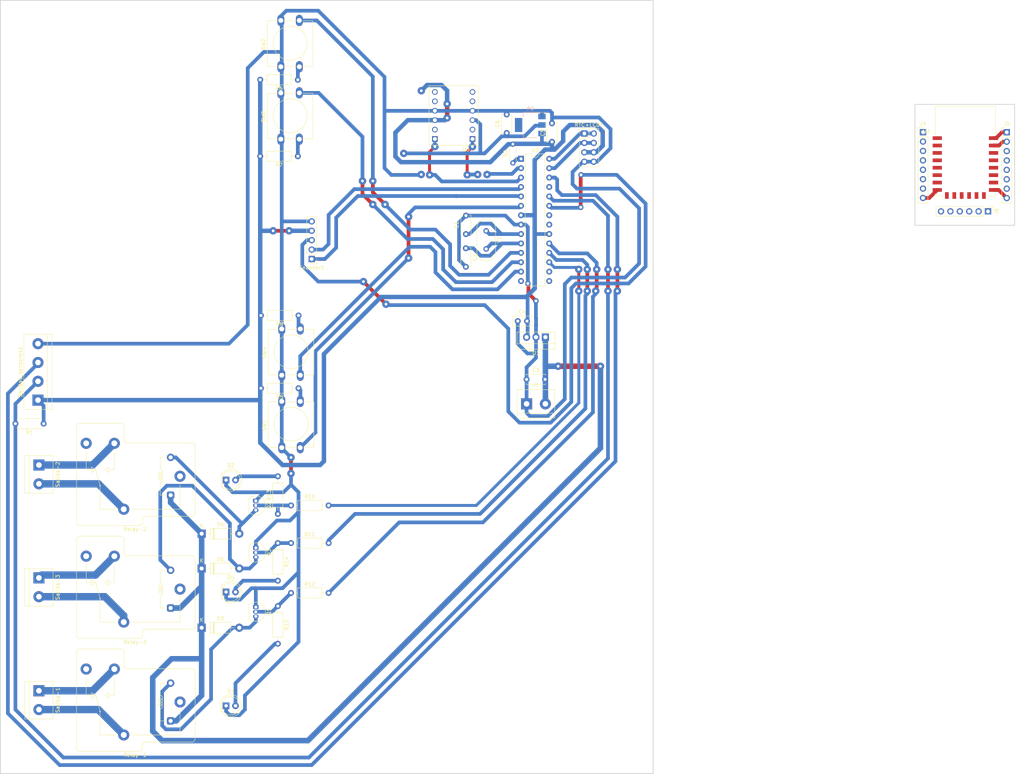
<source format=kicad_pcb>
(kicad_pcb (version 20211014) (generator pcbnew)
  (layers (0 "F.Cu" signal) (31 "B.Cu" signal) (34 "B.Paste" user) (35 "F.Paste" user) (36 "B.SilkS" user "B.Silkscreen") (37 "F.SilkS" user "F.Silkscreen") (38 "B.Mask" user) (39 "F.Mask" user) (44 "Edge.Cuts" user))
  (net 0 "")
  (net 1 "Net-(C1-Pad1)")
  (net 2 "GND")
  (net 3 "Net-(C2-Pad1)")
  (net 4 "+12V")
  (net 5 "+5V")
  (net 6 "Net-(C6-Pad1)")
  (net 7 "Net-(D1-Pad2)")
  (net 8 "Net-(D2-Pad2)")
  (net 9 "Net-(D3-Pad2)")
  (net 10 "Net-(D4-Pad2)")
  (net 11 "Net-(D5-Pad2)")
  (net 12 "Net-(D6-Pad2)")
  (net 13 "Net-(Q1-Pad2)")
  (net 14 "Net-(Q2-Pad2)")
  (net 15 "Net-(Q3-Pad2)")
  (net 16 "Net-(R1-Pad2)")
  (net 17 "Net-(R5-Pad1)")
  (net 18 "Net-(R6-Pad1)")
  (net 19 "Net-(R7-Pad1)")
  (net 20 "Net-(R8-Pad1)")
  (net 21 "17")
  (net 22 "18")
  (net 23 "19")
  (net 24 "Net-(Relay-1-Pad11A)")
  (net 26 "Net-(Relay-1-Pad14)")
  (net 27 "Net-(Relay-2-Pad11A)")
  (net 29 "Net-(Relay-2-Pad14)")
  (net 30 "Net-(Relay-3-Pad11A)")
  (net 32 "Net-(Relay-3-Pad14)")
  (net 33 "Net-(RTC+LCD1-Pad1)")
  (net 34 "Net-(RTC+LCD1-Pad3)")
  (net 35 "Net-(Salidas_sensores1-Pad3)")
  (net 45 "Net-(J4-Pad8)")
  (net 46 "Net-(J5-Pad1)")
  (net 47 "Net-(J5-Pad2)")
  (net 59 "Net-(R2-Pad1)")
  (net 76 "Net-(U3-Pad3)")
  (net 78 "unconnected-(U3-Pad15)")
  (net 82 "Net-(U3-Pad5)")
  (net 83 "Net-(U3-Pad4)")
  (net 84 "Net-(U3-Pad23)")
  (footprint "Resistor_THT:R_Axial_DIN0207_L6.3mm_D2.5mm_P10.16mm_Horizontal" (layer "F.Cu") (at 140.97 148.082)
    (fp_text reference "R12")
    (fp_text value "4k7")
  )
  (footprint "Package_TO_SOT_THT:TO-92_Inline" (layer "F.Cu") (at 131.445 123.19 -90)
    (fp_text reference "Q2")
    (fp_text value "PN2222A")
  )
  (footprint "Capacitor_THT:C_Disc_D5.0mm_W2.5mm_P5.00mm" (layer "F.Cu") (at 204.5885 90.424)
    (fp_text reference "C3")
    (fp_text value "330nF")
  )
  (footprint "Capacitor_THT:C_Disc_D5.0mm_W2.5mm_P5.00mm" (layer "F.Cu") (at 211.451 26.262 90)
    (fp_text reference "C5")
    (fp_text value "100nF")
  )
  (footprint "RF_Module:ESP-12E" (layer "F.Cu") (at 323.088 28.76)
    (fp_text reference "U2")
    (fp_text value "ESP-12E")
  )
  (footprint "Connector_PinHeader_2.54mm:PinHeader_1x08_P2.54mm_Vertical" (layer "F.Cu") (at 311.638 23.645)
    (fp_text reference "J4")
    (fp_text value "Conn_01x08")
  )
  (footprint "Connector_PinHeader_2.54mm:PinHeader_1x06_P2.54mm_Vertical" (layer "F.Cu") (at 329.198 45.04 -90)
    (fp_text reference "J6")
    (fp_text value "Conn_01x06")
  )
  (footprint "Resistor_THT:R_Axial_DIN0207_L6.3mm_D2.5mm_P10.16mm_Horizontal" (layer "F.Cu") (at 137.414 151.638 -90)
    (fp_text reference "R15")
    (fp_text value "470")
  )
  (footprint "Relay_THT:Relay_SPDT_RAYEX-L90" (layer "F.Cu") (at 111 177.538 180)
    (fp_text reference "Relay-1")
    (fp_text value "RAYEX-L90")
  )
  (footprint "Resistor_THT:R_Axial_DIN0207_L6.3mm_D2.5mm_P10.16mm_Horizontal" (layer "F.Cu") (at 140.97 134.62)
    (fp_text reference "R11")
    (fp_text value "4k7")
  )
  (footprint "Diode_THT:D_DO-41_SOD81_P10.16mm_Horizontal" (layer "F.Cu") (at 116.84 132.08)
    (fp_text reference "D4")
    (fp_text value "1N4007")
  )
  (footprint "Capacitor_THT:C_Disc_D5.0mm_W2.5mm_P2.50mm" (layer "F.Cu") (at 202.204 74.676)
    (fp_text reference "C4")
    (fp_text value "100nF")
  )
  (footprint "Package_TO_SOT_THT:TO-220-3_Vertical" (layer "F.Cu") (at 209.6685 79.007 180)
    (fp_text reference "U1")
    (fp_text value "LM7805")
  )
  (footprint "Relay_THT:Relay_SPDT_RAYEX-L90" (layer "F.Cu") (at 111 147.058 180)
    (fp_text reference "Relay-3")
    (fp_text value "RAYEX-L90")
  )
  (footprint "Resistor_THT:R_Axial_DIN0207_L6.3mm_D2.5mm_P10.16mm_Horizontal" (layer "F.Cu") (at 140.97 124.46)
    (fp_text reference "R10")
    (fp_text value "4k7")
  )
  (footprint "Conversor_logico_nivel:CONV_BOB-12009" (layer "F.Cu") (at 184.8985 19.142 180)
    (fp_text reference "U5")
    (fp_text value "BOB-12009")
  )
  (footprint "LED_THT:LED_D5.0mm" (layer "F.Cu") (at 123.439 178.562)
    (fp_text reference "D1")
    (fp_text value "LED")
  )
  (footprint "Capacitor_THT:C_Disc_D5.0mm_W2.5mm_P5.00mm" (layer "F.Cu") (at 188.211 51.182 90)
    (fp_text reference "C1")
    (fp_text value "20pF")
  )
  (footprint "Connector_PinHeader_2.54mm:PinHeader_1x08_P2.54mm_Vertical" (layer "F.Cu") (at 334.258 23.675)
    (fp_text reference "J5")
    (fp_text value "Conn_01x08")
  )
  (footprint "LED_THT:LED_D5.0mm" (layer "F.Cu") (at 123.439 147.828)
    (fp_text reference "D5")
    (fp_text value "LED")
  )
  (footprint "Resistor_THT:R_Axial_DIN0207_L6.3mm_D2.5mm_P10.16mm_Horizontal" (layer "F.Cu") (at 143.002 92.814792 180)
    (fp_text reference "R5")
    (fp_text value "10k")
  )
  (footprint "TerminalBlock:TerminalBlock_bornier-2_P5.08mm" (layer "F.Cu") (at 72.898 174.498 -90)
    (fp_text reference "Salida-1")
    (fp_text value "Conn_01x02")
  )
  (footprint "Button_Switch_THT:SW_PUSH-12mm" (layer "F.Cu") (at 138.47 89.298 90)
    (fp_text reference "SW4")
    (fp_text value "SW_Push")
  )
  (footprint "TerminalBlock:TerminalBlock_bornier-2_P5.08mm" (layer "F.Cu") (at 72.898 144.018 -90)
    (fp_text reference "Salida-3")
    (fp_text value "Conn_01x02")
  )
  (footprint "Resistor_THT:R_Axial_DIN0207_L6.3mm_D2.5mm_P10.16mm_Horizontal" (layer "F.Cu") (at 143.002 73.152 180)
    (fp_text reference "R8")
    (fp_text value "10k")
  )
  (footprint "Resistor_THT:R_Axial_DIN0207_L6.3mm_D2.5mm_P10.16mm_Horizontal" (layer "F.Cu") (at 137.414 126.746 90)
    (fp_text reference "R13")
    (fp_text value "470")
  )
  (footprint "Connector_PinHeader_2.54mm:PinHeader_1x05_P2.54mm_Vertical" (layer "F.Cu") (at 146.558 57.907 180)
    (fp_text reference "Encoder1")
    (fp_text value "Conn_01x05")
  )
  (footprint "Capacitor_THT:C_Disc_D5.0mm_W2.5mm_P5.00mm" (layer "F.Cu") (at 188.181 55.002 -90)
    (fp_text reference "C2")
    (fp_text value "20pF")
  )
  (footprint "Package_DIP:DIP-28_W7.62mm" (layer "F.Cu") (at 203.086 30.842)
    (fp_text reference "U3")
    (fp_text value "ATmega328P-P")
  )
  (footprint "Crystal:Crystal_HC49-4H_Vertical" (layer "F.Cu") (at 193.681 50.312 -90)
    (fp_text reference "Y1")
    (fp_text value "16MHz")
  )
  (footprint "Button_Switch_THT:SW_PUSH-12mm" (layer "F.Cu") (at 138.216 5.986 90)
    (fp_text reference "SW2")
    (fp_text value "SW_Push")
  )
  (footprint "TerminalBlock:TerminalBlock_bornier-2_P5.08mm" (layer "F.Cu") (at 204.5885 97.028)
    (fp_text reference "J1")
    (fp_text value "12v")
  )
  (footprint "Resistor_THT:R_Axial_DIN0207_L6.3mm_D2.5mm_P10.16mm_Horizontal" (layer "F.Cu") (at 137.414 134.62 -90)
    (fp_text reference "R14")
    (fp_text value "470")
  )
  (footprint "Relay_THT:Relay_SPDT_RAYEX-L90" (layer "F.Cu") (at 111 116.578 180)
    (fp_text reference "Relay-2")
    (fp_text value "RAYEX-L90")
  )
  (footprint "Button_Switch_THT:SW_PUSH-12mm" (layer "F.Cu") (at 138.47 108.856 90)
    (fp_text reference "SW1")
    (fp_text value "SW_Push")
  )
  (footprint "TerminalBlock:TerminalBlock_bornier-4_P5.08mm" (layer "F.Cu") (at 72.644 96.012 90)
    (fp_text reference "Salidas_sensores1")
    (fp_text value "Conn_01x04")
  )
  (footprint "Package_TO_SOT_THT:TO-92_Inline" (layer "F.Cu") (at 131.466 151.892 -90)
    (fp_text reference "Q1")
    (fp_text value "PN2222A")
  )
  (footprint "TerminalBlock:TerminalBlock_bornier-2_P5.08mm" (layer "F.Cu") (at 72.898 113.538 -90)
    (fp_text reference "Salida-2")
    (fp_text value "Conn_01x02")
  )
  (footprint "Package_TO_SOT_THT:TO-92_Inline" (layer "F.Cu") (at 131.466 135.89 -90)
    (fp_text reference "Q3")
    (fp_text value "PN2222A")
  )
  (footprint "Button_Switch_THT:SW_PUSH-12mm" (layer "F.Cu") (at 138.216 25.544 90)
    (fp_text reference "SW3")
    (fp_text value "SW_Push")
  )
  (footprint "Resistor_THT:R_Axial_DIN0204_L3.6mm_D1.6mm_P5.08mm_Horizontal" (layer "F.Cu") (at 200.885524 31.967012 90)
    (fp_text reference "R2")
    (fp_text value "10k")
  )
  (footprint "Resistor_THT:R_Axial_DIN0207_L6.3mm_D2.5mm_P7.62mm_Horizontal" (layer "F.Cu") (at 74.168 102.362 180)
    (fp_text reference "R1")
    (fp_text value "4.7k")
  )
  (footprint "Resistor_THT:R_Axial_DIN0207_L6.3mm_D2.5mm_P10.16mm_Horizontal" (layer "F.Cu") (at 142.820163 9.503743 180)
    (fp_text reference "R6")
    (fp_text value "10k")
  )
  (footprint "Resistor_THT:R_Axial_DIN0207_L6.3mm_D2.5mm_P10.16mm_Horizontal" (layer "F.Cu") (at 142.813383 30.152059 180)
    (fp_text reference "R7")
    (fp_text value "10k")
  )
  (footprint "Connector_PinHeader_2.54mm:PinHeader_2x04_P2.54mm_Vertical" (layer "F.Cu") (at 220.186 24.016)
    (fp_text reference "RTC+LCD1")
    (fp_text value "Conn_02x04_Odd_Even")
  )
  (footprint "LED_THT:LED_D5.0mm" (layer "F.Cu") (at 123.444 117.602)
    (fp_text reference "D2")
    (fp_text value "LED")
  )
  (footprint "Diode_THT:D_DO-41_SOD81_P10.16mm_Horizontal" (layer "F.Cu") (at 116.84 141.478)
    (fp_text reference "D6")
    (fp_text value "1N4007")
  )
  (footprint "Diode_THT:D_DO-41_SOD81_P10.16mm_Horizontal" (layer "F.Cu") (at 116.84 157.48)
    (fp_text reference "D3")
    (fp_text value "1N4007")
  )
  (footprint "Capacitor_THT:C_Disc_D5.0mm_W2.5mm_P5.00mm" (layer "F.Cu") (at 199.221 23.882 90)
    (fp_text reference "C6")
    (fp_text value "10uF")
  )
  (footprint "Package_TO_SOT_SMD:SOT-223" (layer "B.Cu") (at 205.5845 21.72 180)
    (fp_text reference "U4")
    (fp_text value "LM1117-3.3")
  )
  (gr_rect (start 309.463 16.14) (end 336.393 48.8) (layer "Edge.Cuts") (width 0.2) (fill none))
  (gr_rect (start 238.76 196.85) (end 62.484 -11.938) (layer "Edge.Cuts") (width 0.2) (fill none))
  (via (at 191.37175 35.09025) (size 2) (drill 0.75) (layers "F.Cu" "B.Cu") (net 0))
  (via (at 188.5665 35.182) (size 2) (drill 0.75) (layers "F.Cu" "B.Cu") (net 0))
  (via (at 178.4065 35.182) (size 2) (drill 0.75) (layers "F.Cu" "B.Cu") (net 0))
  (via (at 179.8285 27.552) (size 2) (drill 0.75) (layers "F.Cu" "B.Cu") (net 0))
  (via (at 189.9585 27.582) (size 2) (drill 0.75) (layers "F.Cu" "B.Cu") (net 0))
  (via (at 193.91175 35.09025) (size 2) (drill 0.75) (layers "F.Cu" "B.Cu") (net 0))
  (segment (start 188.211 51.182) (end 189.156 51.182) (width 0.8) (layer "B.Cu") (net 1))
  (segment (start 194.541 51.172) (end 203.076 51.172) (width 1) (layer "B.Cu") (net 1))
  (segment (start 194.951 48.342) (end 197.731 51.122) (width 1) (layer "B.Cu") (net 1))
  (segment (start 189.156 51.182) (end 191.996 48.342) (width 1) (layer "B.Cu") (net 1))
  (segment (start 191.996 48.342) (end 194.951 48.342) (width 1) (layer "B.Cu") (net 1))
  (segment (start 203.076 51.172) (end 203.086 51.162) (width 0.8) (layer "B.Cu") (net 1))
  (segment (start 193.681 50.312) (end 194.541 51.172) (width 1) (layer "B.Cu") (net 1))
  (segment (start 332.063 39.26) (end 334.2555 41.4525) (width 1) (layer "F.Cu") (net 2))
  (segment (start 140.97 111.506) (end 140.97 115.824) (width 1) (layer "F.Cu") (net 2))
  (segment (start 205.0765 64.667692) (end 205.0765 67.186) (width 1) (layer "F.Cu") (net 2))
  (segment (start 204.929702 64.520894) (end 205.0765 64.667692) (width 1) (layer "F.Cu") (net 2))
  (segment (start 205.0765 67.186) (end 207.1085 69.218) (width 1) (layer "F.Cu") (net 2))
  (segment (start 176.136 35.0795) (end 176.1335 35.082) (width 1) (layer "F.Cu") (net 2))
  (segment (start 330.688 39.26) (end 332.063 39.26) (width 1) (layer "F.Cu") (net 2))
  (via (at 176.136 35.0795) (size 2) (drill 0.75) (layers "F.Cu" "B.Cu") (net 2))
  (via (at 140.97 111.506) (size 2) (drill 0.75) (layers "F.Cu" "B.Cu") (net 2))
  (via (at 207.1085 69.218) (size 1.5) (drill 0.75) (layers "F.Cu" "B.Cu") (net 2))
  (via (at 204.929702 64.520894) (size 1.5) (drill 0.75) (layers "F.Cu" "B.Cu") (net 2))
  (via (at 140.97 115.824) (size 2) (drill 0.75) (layers "F.Cu" "B.Cu") (net 2))
  (segment (start 209.1405 17.91) (end 209.1585 17.892) (width 1) (layer "B.Cu") (net 2))
  (segment (start 208.7345 18.316) (end 209.1405 17.91) (width 1) (layer "B.Cu") (net 2))
  (segment (start 204.5885 99.4325) (end 205.486 100.33) (width 1) (layer "B.Cu") (net 2))
  (segment (start 123.444 117.602) (end 123.444 119.126) (width 1) (layer "B.Cu") (net 2))
  (segment (start 140.97 118.872) (end 138.938 120.904) (width 1) (layer "B.Cu") (net 2))
  (segment (start 209.1225 17.892) (end 209.1405 17.91) (width 1) (layer "B.Cu") (net 2))
  (segment (start 168.0785 35.1995) (end 166.2145 33.3355) (width 1) (layer "B.Cu") (net 2))
  (segment (start 138.216 -7.66) (end 138.216 -6.514) (width 1) (layer "B.Cu") (net 2))
  (segment (start 125.222 120.904) (end 133.858 120.904) (width 1) (layer "B.Cu") (net 2))
  (segment (start 140.97 115.824) (end 140.97 118.872) (width 1) (layer "B.Cu") (net 2))
  (segment (start 143.002 126.492) (end 143.002 120.904) (width 1) (layer "B.Cu") (net 2))
  (segment (start 204.2925 48.622) (end 203.086 48.622) (width 1) (layer "B.Cu") (net 2))
  (segment (start 129.286 75.692) (end 129.286 6.35) (width 1) (layer "B.Cu") (net 2))
  (segment (start 207.1285 79.007) (end 207.1285 83.412) (width 1) (layer "B.Cu") (net 2))
  (segment (start 214.9085 95.7335) (end 214.9085 64.672) (width 1) (layer "B.Cu") (net 2))
  (segment (start 123.439 178.562) (end 123.439 180.081) (width 1) (layer "B.Cu") (net 2))
  (segment (start 133.644 1.992) (end 138.47 1.992) (width 1) (layer "B.Cu") (net 2))
  (segment (start 123.439 147.828) (end 123.439 149.601) (width 1) (layer "B.Cu") (net 2))
  (segment (start 123.698 149.86) (end 127.254 149.86) (width 1) (layer "B.Cu") (net 2))
  (segment (start 127.254 149.86) (end 130.302 146.812) (width 1) (layer "B.Cu") (net 2))
  (segment (start 223.6085 31.636) (end 227.2585 27.986) (width 1) (layer "B.Cu") (net 2))
  (segment (start 204.5885 97.028) (end 204.5885 99.4325) (width 1) (layer "B.Cu") (net 2))
  (segment (start 207.1285 83.412) (end 207.1285 84.602) (width 1) (layer "B.Cu") (net 2))
  (segment (start 148.336 -9.144) (end 139.7 -9.144) (width 1) (layer "B.Cu") (net 2))
  (segment (start 138.47 108.856) (end 138.47 109.006) (width 1) (layer "B.Cu") (net 2))
  (segment (start 143.002 161.29) (end 143.002 142.494) (width 1) (layer "B.Cu") (net 2))
  (segment (start 138.938 120.904) (end 133.731 120.904) (width 1) (layer "B.Cu") (net 2))
  (segment (start 166.2145 33.3355) (end 166.2145 13.592) (width 1) (layer "B.Cu") (net 2))
  (segment (start 218.1945 38.902) (end 217.0145 37.722) (width 1) (layer "B.Cu") (net 2))
  (segment (start 234.9685 59.138) (end 234.9685 44.192) (width 1) (layer "B.Cu") (net 2))
  (segment (start 123.439 180.081) (end 124.46 181.102) (width 1) (layer "B.Cu") (net 2))
  (segment (start 202.204 80.792) (end 204.824 83.412) (width 1) (layer "B.Cu") (net 2))
  (segment (start 208.7345 19.42) (end 208.7345 18.316) (width 1) (layer "B.Cu") (net 2))
  (segment (start 217.0145 34.42) (end 219.7985 31.636) (width 1) (layer "B.Cu") (net 2))
  (segment (start 203.086 48.622) (end 201.311 48.622) (width 1) (layer "B.Cu") (net 2))
  (segment (start 186.351 48.042) (end 188.211 46.182) (width 1) (layer "B.Cu") (net 2))
  (segment (start 199.221 17.9545) (end 199.1585 17.892) (width 1) (layer "B.Cu") (net 2))
  (segment (start 139.7 -9.144) (end 138.216 -7.66) (width 1) (layer "B.Cu") (net 2))
  (segment (start 138.47 108.856) (end 138.47 47.792) (width 1) (layer "B.Cu") (net 2))
  (segment (start 166.736 17.892) (end 199.1585 17.892) (width 1) (layer "B.Cu") (net 2))
  (segment (start 207.1285 79.007) (end 207.1285 75.822) (width 1) (layer "B.Cu") (net 2))
  (segment (start 146.558 47.747) (end 138.515 47.747) (width 1) (layer "B.Cu") (net 2))
  (segment (start 138.509829 25.817829) (end 138.51 25.818) (width 1) (layer "B.Cu") (net 2))
  (segment (start 209.1585 17.892) (end 210.9005 17.892) (width 1) (layer "B.Cu") (net 2))
  (segment (start 131.466 135.89) (end 131.466 134.218) (width 1) (layer "B.Cu") (net 2))
  (segment (start 204.929702 64.520894) (end 204.928697 64.519889) (width 1) (layer "B.Cu") (net 2))
  (segment (start 229.6785 38.902) (end 218.1945 38.902) (width 1) (layer "B.Cu") (net 2))
  (segment (start 204.5885 87.142) (end 204.5885 97.028) (width 1) (layer "B.Cu") (net 2))
  (segment (start 137.16 128.524) (end 140.716 128.524) (width 1) (layer "B.Cu") (net 2))
  (segment (start 198.871 46.182) (end 188.211 46.182) (width 1) (layer "B.Cu") (net 2))
  (segment (start 133.731 120.904) (end 131.445 123.19) (width 1) (layer "B.Cu") (net 2))
  (segment (start 234.9685 44.192) (end 229.6785 38.902) (width 1) (layer "B.Cu") (net 2))
  (segment (start 204.928697 49.258197) (end 204.2925 48.622) (width 1) (layer "B.Cu") (net 2))
  (segment (start 131.318 146.812) (end 138.684 146.812) (width 1) (layer "B.Cu") (net 2))
  (segment (start 143.002 142.494) (end 143.002 126.238) (width 1) (layer "B.Cu") (net 2))
  (segment (start 188.181 60.002) (end 186.351 58.172) (width 1) (layer "B.Cu") (net 2))
  (segment (start 211.451 18.4425) (end 211.451 21.262) (width 1) (layer "B.Cu") (net 2))
  (segment (start 207.1085 73.837) (end 207.1385 73.867) (width 1) (layer "B.Cu") (net 2))
  (segment (start 199.1585 17.892) (end 209.1225 17.892) (width 1) (layer "B.Cu") (net 2))
  (segment (start 131.466 146.96) (end 131.318 146.812) (width 1) (layer "B.Cu") (net 2))
  (segment (start 207.1085 69.218) (end 207.1085 73.837) (width 1) (layer "B.Cu") (net 2))
  (segment (start 138.684 146.812) (end 143.002 142.494) (width 1) (layer "B.Cu") (net 2))
  (segment (start 210.9005 17.892) (end 211.451 18.4425) (width 1) (layer "B.Cu") (net 2))
  (segment (start 211.531 21.342) (end 211.451 21.262) (width 0.8) (layer "B.Cu") (net 2))
  (segment (start 166.210806 8.730806) (end 148.336 -9.144) (width 1) (layer "B.Cu") (net 2))
  (segment (start 186.351 58.172) (end 186.351 48.042) (width 1) (layer "B.Cu") (net 2))
  (segment (start 210.312 100.33) (end 214.9085 95.7335) (width 1) (layer "B.Cu") (net 2))
  (segment (start 207.1285 84.602) (end 204.5885 87.142) (width 1) (layer "B.Cu") (net 2))
  (segment (start 138.515 47.747) (end 138.47 47.792) (width 1) (layer "B.Cu") (net 2))
  (segment (start 131.466 134.218) (end 137.16 128.524) (width 1) (layer "B.Cu") (net 2))
  (segment (start 219.7985 31.636) (end 220.186 31.636) (width 1) (layer "B.Cu") (net 2))
  (segment (start 123.439 149.601) (end 123.698 149.86) (width 1) (layer "B.Cu") (net 2))
  (segment (start 72.644 80.772) (end 124.206 80.772) (width 1) (layer "B.Cu") (net 2))
  (segment (start 128.524 179.578) (end 128.524 175.768) (width 1) (layer "B.Cu") (net 2))
  (segment (start 124.206 80.772) (end 129.286 75.692) (width 1) (layer "B.Cu") (net 2))
  (segment (start 202.204 74.676) (end 202.204 80.792) (width 1) (layer "B.Cu") (net 2))
  (segment (start 227.2585 27.986) (end 227.2585 22.82) (width 1) (layer "B.Cu") (net 2))
  (segment (start 124.46 181.102) (end 127 181.102) (width 1) (layer "B.Cu") (net 2))
  (segment (start 127 181.102) (end 128.524 179.578) (width 1) (layer "B.Cu") (net 2))
  (segment (start 207.1285 75.822) (end 207.1385 75.812) (width 1) (layer "B.Cu") (net 2))
  (segment (start 216.6785 62.902) (end 231.2045 62.902) (width 1) (layer "B.Cu") (net 2))
  (segment (start 131.466 151.892) (end 131.466 146.96) (width 1) (layer "B.Cu") (net 2))
  (segment (start 129.286 6.35) (end 133.644 1.992) (width 1) (layer "B.Cu") (net 2))
  (segment (start 227.2585 22.82) (end 224.1265 19.688) (width 1) (layer "B.Cu") (net 2))
  (segment (start 143.002 120.904) (end 140.97 118.872) (width 1) (layer "B.Cu") (net 2))
  (segment (start 222.726 31.636) (end 220.186 31.636) (width 1) (layer "B.Cu") (net 2))
  (segment (start 204.928697 64.519889) (end 204.928697 49.258197) (width 1) (layer "B.Cu") (net 2))
  (segment (start 128.524 175.768) (end 143.002 161.29) (width 1) (layer "B.Cu") (net 2))
  (segment (start 140.716 128.524) (end 143.002 126.238) (width 1) (layer "B.Cu") (net 2))
  (segment (start 204.824 83.412) (end 207.1285 83.412) (width 1) (layer "B.Cu") (net 2))
  (segment (start 231.2045 62.902) (end 234.9685 59.138) (width 1) (layer "B.Cu") (net 2))
  (segment (start 138.47 109.006) (end 140.97 111.506) (width 1) (layer "B.Cu") (net 2))
  (segment (start 176.1685 35.1995) (end 168.0785 35.1995) (width 1) (layer "B.Cu") (net 2))
  (segment (start 138.47 1.992) (end 138.47 -6.26) (width 1) (layer "B.Cu") (net 2))
  (segment (start 143.002 126.238) (end 143.002 125.73) (width 1) (layer "B.Cu") (net 2))
  (segment (start 123.444 119.126) (end 125.222 120.904) (width 1) (layer "B.Cu") (net 2))
  (segment (start 222.726 31.636) (end 223.6085 31.636) (width 1) (layer "B.Cu") (net 2))
  (segment (start 138.47 -6.26) (end 138.216 -6.514) (width 1) (layer "B.Cu") (net 2))
  (segment (start 205.486 100.33) (end 210.312 100.33) (width 1) (layer "B.Cu") (net 2))
  (segment (start 166.210806 13.747602) (end 166.210806 8.730806) (width 1) (layer "B.Cu") (net 2))
  (segment (start 199.221 18.882) (end 199.221 17.9545) (width 1) (layer "B.Cu") (net 2))
  (segment (start 207.1385 75.812) (end 207.1385 73.867) (width 1) (layer "B.Cu") (net 2))
  (segment (start 138.47 47.792) (end 138.47 1.992) (width 1) (layer "B.Cu") (net 2))
  (segment (start 130.302 146.812) (end 131.318 146.812) (width 1) (layer "B.Cu") (net 2))
  (segment (start 217.0145 37.722) (end 217.0145 34.42) (width 1) (layer "B.Cu") (net 2))
  (segment (start 224.1265 19.688) (end 211.6805 19.688) (width 1) (layer "B.Cu") (net 2))
  (segment (start 201.311 48.622) (end 198.871 46.182) (width 1) (layer "B.Cu") (net 2))
  (segment (start 214.9085 64.672) (end 216.6785 62.902) (width 1) (layer "B.Cu") (net 2))
  (segment (start 188.181 55.002) (end 190.181 55.002) (width 1) (layer "B.Cu") (net 3))
  (segment (start 193.681 55.202) (end 193.681 55.192) (width 0.8) (layer "B.Cu") (net 3))
  (segment (start 190.181 55.002) (end 192.211 57.032) (width 1) (layer "B.Cu") (net 3))
  (segment (start 193.681 55.192) (end 195.171 53.702) (width 1) (layer "B.Cu") (net 3))
  (segment (start 194.671 57.032) (end 197.651 54.052) (width 1) (layer "B.Cu") (net 3))
  (segment (start 195.171 53.702) (end 203.086 53.702) (width 1) (layer "B.Cu") (net 3))
  (segment (start 192.211 57.032) (end 194.671 57.032) (width 1) (layer "B.Cu") (net 3))
  (segment (start 224.536 86.868) (end 213.106 86.868) (width 1.5) (layer "F.Cu") (net 4))
  (via (at 224.536 86.868) (size 2) (drill 0.75) (layers "F.Cu" "B.Cu") (net 4))
  (via (at 213.106 86.868) (size 2) (drill 0.75) (layers "F.Cu" "B.Cu") (net 4))
  (segment (start 103.632 170.942) (end 108.712 165.862) (width 1.5) (layer "B.Cu") (net 4))
  (segment (start 145.542 187.96) (end 106.172 187.96) (width 1.5) (layer "B.Cu") (net 4))
  (segment (start 116.84 146.304) (end 116.84 138.684) (width 1.5) (layer "B.Cu") (net 4))
  (segment (start 108.46 123.7) (end 116.84 132.08) (width 1.5) (layer "B.Cu") (net 4))
  (segment (start 116.84 175.768) (end 109.97 182.638) (width 1.5) (layer "B.Cu") (net 4))
  (segment (start 209.6685 97.028) (end 209.6685 86.4785) (width 1.5) (layer "B.Cu") (net 4))
  (segment (start 108.46 152.158) (end 110.986 152.158) (width 1.5) (layer "B.Cu") (net 4))
  (segment (start 116.84 165.862) (end 116.84 175.768) (width 1.5) (layer "B.Cu") (net 4))
  (segment (start 116.84 146.304) (end 116.84 157.48) (width 1.5) (layer "B.Cu") (net 4))
  (segment (start 116.84 132.08) (end 116.84 138.684) (width 1.5) (layer "B.Cu") (net 4))
  (segment (start 224.536 86.868) (end 224.536 108.966) (width 1.5) (layer "B.Cu") (net 4))
  (segment (start 108.46 121.678) (end 108.46 123.7) (width 1.5) (layer "B.Cu") (net 4))
  (segment (start 110.986 152.158) (end 116.84 146.304) (width 1.5) (layer "B.Cu") (net 4))
  (segment (start 116.84 157.48) (end 116.84 165.862) (width 1.5) (layer "B.Cu") (net 4))
  (segment (start 108.712 165.862) (end 116.84 165.862) (width 1.5) (layer "B.Cu") (net 4))
  (segment (start 109.97 182.638) (end 108.46 182.638) (width 1.5) (layer "B.Cu") (net 4))
  (segment (start 103.632 185.42) (end 103.632 170.942) (width 1.5) (layer "B.Cu") (net 4))
  (segment (start 209.6685 86.4785) (end 209.6685 79.007) (width 1.5) (layer "B.Cu") (net 4))
  (segment (start 224.536 108.966) (end 145.542 187.96) (width 1.5) (layer "B.Cu") (net 4))
  (segment (start 106.172 187.96) (end 103.632 185.42) (width 1.5) (layer "B.Cu") (net 4))
  (segment (start 210.058 86.868) (end 209.6685 86.4785) (width 1.5) (layer "B.Cu") (net 4))
  (segment (start 213.106 86.868) (end 210.058 86.868) (width 1.5) (layer "B.Cu") (net 4))
  (segment (start 140.462 50.292) (end 136.144 50.292) (width 1) (layer "F.Cu") (net 5))
  (segment (start 183.134 19.812) (end 183.134 16.002) (width 1.2) (layer "F.Cu") (net 5))
  (via (at 136.144 50.292) (size 2) (drill 0.75) (layers "F.Cu" "B.Cu") (net 5))
  (via (at 183.134 16.002) (size 2) (drill 0.75) (layers "F.Cu" "B.Cu") (net 5))
  (via (at 140.462 50.292) (size 2) (drill 0.75) (layers "F.Cu" "B.Cu") (net 5))
  (via (at 176.164362 12.463588) (size 2) (drill 0.75) (layers "F.Cu" "B.Cu") (net 5))
  (via (at 183.134 19.812) (size 2) (drill 0.75) (layers "F.Cu" "B.Cu") (net 5))
  (segment (start 170.67225 31.75) (end 194.7925 31.75) (width 1.2) (layer "B.Cu") (net 5))
  (segment (start 222.726 29.096) (end 223.3545 29.096) (width 1.2) (layer "B.Cu") (net 5))
  (segment (start 209.1685 26.412) (end 211.4265 26.412) (width 0.25) (layer "B.Cu") (net 5))
  (segment (start 220.186 29.096) (end 222.726 29.096) (width 1.2) (layer "B.Cu") (net 5))
  (segment (start 181.61 10.922) (end 177.70595 10.922) (width 1.2) (layer "B.Cu") (net 5))
  (segment (start 179.8185 20.412) (end 182.534 20.412) (width 1.2) (layer "B.Cu") (net 5))
  (segment (start 177.70595 10.922) (end 176.164362 12.463588) (width 1.2) (layer "B.Cu") (net 5))
  (segment (start 74.168 102.362) (end 74.168 97.536) (width 1) (layer "B.Cu") (net 5))
  (segment (start 211.451 28.202) (end 211.301 28.352) (width 0.8) (layer "B.Cu") (net 5))
  (segment (start 132.588 96.012) (end 132.660163 96.084163) (width 1) (layer "B.Cu") (net 5))
  (segment (start 132.660163 50.473837) (end 132.660163 96.084163) (width 1.2) (layer "B.Cu") (net 5))
  (segment (start 72.644 96.012) (end 132.588 96.012) (width 1.2) (layer "B.Cu") (net 5))
  (segment (start 182.534 20.412) (end 183.134 19.812) (width 1.2) (layer "B.Cu") (net 5))
  (segment (start 140.467 50.287) (end 140.462 50.292) (width 1) (layer "B.Cu") (net 5))
  (segment (start 149.86 112.522) (end 148.844 113.538) (width 1.2) (layer "B.Cu") (net 5))
  (segment (start 225.1425 27.308) (end 225.1425 23.498) (width 1.2) (layer "B.Cu") (net 5))
  (segment (start 209.591 28.352) (end 211.301 28.352) (width 1.2) (layer "B.Cu") (net 5))
  (segment (start 148.844 113.538) (end 138.684 113.538) (width 1.2) (layer "B.Cu") (net 5))
  (segment (start 200.972536 26.8) (end 208.1245 26.8) (width 1.2) (layer "B.Cu") (net 5))
  (segment (start 149.86 83.566) (end 149.86 112.522) (width 1.2) (layer "B.Cu") (net 5))
  (segment (start 146.558 50.287) (end 140.467 50.287) (width 1.2) (layer "B.Cu") (net 5))
  (segment (start 200.885524 26.887012) (end 200.972536 26.8) (width 1.2) (layer "B.Cu") (net 5))
  (segment (start 169.164 23.749) (end 169.164 30.24175) (width 1.2) (layer "B.Cu") (net 5))
  (segment (start 136.144 50.292) (end 132.842 50.292) (width 1.2) (layer "B.Cu") (net 5))
  (segment (start 204.8685 78.727) (end 204.5885 79.007) (width 1) (layer "B.Cu") (net 5))
  (segment (start 211.0385 26.8) (end 211.4265 26.412) (width 1.2) (layer "B.Cu") (net 5))
  (segment (start 204.4485 68.162) (end 165.264 68.162) (width 1.2) (layer "B.Cu") (net 5))
  (segment (start 211.151 28.202) (end 211.301 28.352) (width 0.8) (layer "B.Cu") (net 5))
  (segment (start 199.655488 26.887012) (end 200.885524 26.887012) (width 1.2) (layer "B.Cu") (net 5))
  (segment (start 132.660163 9.503743) (end 132.660163 50.473837) (width 1.2) (layer "B.Cu") (net 5))
  (segment (start 209.1685 24.542) (end 208.8285 24.202) (width 0.25) (layer "B.Cu") (net 5))
  (segment (start 206.7785 51.332) (end 206.7785 31.1645) (width 1.2) (layer "B.Cu") (net 5))
  (segment (start 223.3645 21.72) (end 225.1425 23.498) (width 1.2) (layer "B.Cu") (net 5))
  (segment (start 206.7785 31.1645) (end 209.591 28.352) (width 1.2) (layer "B.Cu") (net 5))
  (segment (start 183.134 16.002) (end 183.134 12.446) (width 1.2) (layer "B.Cu") (net 5))
  (segment (start 206.5485 46.082) (end 206.5585 46.092) (width 1.2) (layer "B.Cu") (net 5))
  (segment (start 207.8705 26.8) (end 211.0385 26.8) (width 1.2) (layer "B.Cu") (net 5))
  (segment (start 194.7925 31.75) (end 199.655488 26.887012) (width 1.2) (layer "B.Cu") (net 5))
  (segment (start 74.168 97.536) (end 72.644 96.012) (width 1) (layer "B.Cu") (net 5))
  (segment (start 165.264 68.162) (end 149.86 83.566) (width 1.2) (layer "B.Cu") (net 5))
  (segment (start 169.164 30.24175) (end 170.67225 31.75) (width 1.2) (layer "B.Cu") (net 5))
  (segment (start 183.134 12.446) (end 181.61 10.922) (width 1.2) (layer "B.Cu") (net 5))
  (segment (start 206.7785 54.282) (end 206.7785 51.332) (width 1.2) (layer "B.Cu") (net 5))
  (segment (start 203.086 46.082) (end 206.5485 46.082) (width 1.2) (layer "B.Cu") (net 5))
  (segment (start 210.706 51.162) (end 206.9485 51.162) (width 1) (layer "B.Cu") (net 5))
  (segment (start 208.7345 24.02) (end 208.7345 26.8) (width 1) (layer "B.Cu") (net 5))
  (segment (start 211.451 26.262) (end 211.451 28.202) (width 1.2) (layer "B.Cu") (net 5))
  (segment (start 206.7885 65.862) (end 206.7885 53.2715) (width 1.2) (layer "B.Cu") (net 5))
  (segment (start 132.660163 96.084163) (end 132.660163 107.514163) (width 1.2) (layer "B.Cu") (net 5))
  (segment (start 212.1605 28.352) (end 214.4745 26.038) (width 1.2) (layer "B.Cu") (net 5))
  (segment (start 211.451 26.412) (end 211.4265 26.412) (width 1.2) (layer "B.Cu") (net 5))
  (segment (start 214.4745 23.498) (end 216.2525 21.72) (width 1.2) (layer "B.Cu") (net 5))
  (segment (start 204.4785 68.172) (end 206.7885 65.862) (width 1.2) (layer "B.Cu") (net 5))
  (segment (start 204.4785 68.172) (end 204.8685 68.562) (width 1) (layer "B.Cu") (net 5))
  (segment (start 204.8685 68.562) (end 204.8685 78.727) (width 1) (layer "B.Cu") (net 5))
  (segment (start 223.3545 29.096) (end 225.1425 27.308) (width 1.2) (layer "B.Cu") (net 5))
  (segment (start 206.9485 51.162) (end 206.7785 51.332) (width 1) (layer "B.Cu") (net 5))
  (segment (start 132.842 50.292) (end 132.660163 50.473837) (width 1) (layer "B.Cu") (net 5))
  (segment (start 132.660163 107.514163) (end 138.684 113.538) (width 1.2) (layer "B.Cu") (net 5))
  (segment (start 214.4745 26.038) (end 214.4745 23.498) (width 1.2) (layer "B.Cu") (net 5))
  (segment (start 172.501 20.412) (end 169.164 23.749) (width 1.2) (layer "B.Cu") (net 5))
  (segment (start 179.8185 20.412) (end 172.501 20.412) (width 1.2) (layer "B.Cu") (net 5))
  (segment (start 216.2525 21.72) (end 223.3645 21.72) (width 1.2) (layer "B.Cu") (net 5))
  (segment (start 211.301 28.352) (end 212.1605 28.352) (width 1.2) (layer "B.Cu") (net 5))
  (via (at 171.41675 29.38525) (size 2) (drill 0.75) (layers "F.Cu" "B.Cu") (net 6))
  (segment (start 199.221 23.882) (end 199.221 24.5005) (width 1) (layer "B.Cu") (net 6))
  (segment (start 199.4885 24.768) (end 204.0605 24.768) (width 1) (layer "B.Cu") (net 6))
  (segment (start 199.221 24.5005) (end 199.4885 24.768) (width 1) (layer "B.Cu") (net 6))
  (segment (start 193.25525 29.38525) (end 197.8725 24.768) (width 1) (layer "B.Cu") (net 6))
  (segment (start 190.9585 20.412) (end 189.9785 20.412) (width 1) (layer "B.Cu") (net 6))
  (segment (start 191.08425 29.38525) (end 193.25525 29.38525) (width 1) (layer "B.Cu") (net 6))
  (segment (start 197.8725 24.768) (end 199.4885 24.768) (width 1) (layer "B.Cu") (net 6))
  (segment (start 192.0885 29.242) (end 192.0885 21.542) (width 1) (layer "B.Cu") (net 6))
  (segment (start 192.0885 21.542) (end 190.9585 20.412) (width 1) (layer "B.Cu") (net 6))
  (segment (start 192.1685 29.322) (end 192.0885 29.242) (width 1) (layer "B.Cu") (net 6))
  (segment (start 206.9265 21.902) (end 208.8285 21.902) (width 1) (layer "B.Cu") (net 6))
  (segment (start 171.41675 29.38525) (end 191.08425 29.38525) (width 1) (layer "B.Cu") (net 6))
  (segment (start 204.0605 24.768) (end 206.9265 21.902) (width 1) (layer "B.Cu") (net 6))
  (segment (start 125.979 178.562) (end 125.979 172.471) (width 1) (layer "B.Cu") (net 7))
  (segment (start 125.979 172.471) (end 136.652 161.798) (width 1) (layer "B.Cu") (net 7))
  (segment (start 136.652 161.798) (end 137.414 161.798) (width 1) (layer "B.Cu") (net 7))
  (segment (start 127 116.586) (end 125.984 117.602) (width 1) (layer "B.Cu") (net 8))
  (segment (start 137.414 116.586) (end 127 116.586) (width 1) (layer "B.Cu") (net 8))
  (segment (start 119.38 163.322) (end 119.38 176.784) (width 1) (layer "B.Cu") (net 9))
  (segment (start 127 157.48) (end 125.222 157.48) (width 1) (layer "B.Cu") (net 9))
  (segment (start 131.466 155.808) (end 129.794 157.48) (width 1) (layer "B.Cu") (net 9))
  (segment (start 111.252 184.912) (end 107.188 184.912) (width 1) (layer "B.Cu") (net 9))
  (segment (start 106.172 183.896) (end 106.172 174.726) (width 1) (layer "B.Cu") (net 9))
  (segment (start 131.466 154.432) (end 131.466 155.808) (width 1) (layer "B.Cu") (net 9))
  (segment (start 107.188 184.912) (end 106.172 183.896) (width 1) (layer "B.Cu") (net 9))
  (segment (start 129.794 157.48) (end 127 157.48) (width 1) (layer "B.Cu") (net 9))
  (segment (start 106.172 174.726) (end 108.46 172.438) (width 1) (layer "B.Cu") (net 9))
  (segment (start 119.38 176.784) (end 111.252 184.912) (width 1) (layer "B.Cu") (net 9))
  (segment (start 125.222 157.48) (end 119.38 163.322) (width 1) (layer "B.Cu") (net 9))
  (segment (start 108.46 111.478) (end 109.874213 111.478) (width 1) (layer "B.Cu") (net 10))
  (segment (start 131.445 125.73) (end 128.0795 129.0955) (width 1) (layer "B.Cu") (net 10))
  (segment (start 127 130.175) (end 127 132.08) (width 1) (layer "B.Cu") (net 10))
  (segment (start 127.491713 129.0955) (end 128.0795 129.0955) (width 1) (layer "B.Cu") (net 10))
  (segment (start 109.874213 111.478) (end 127.491713 129.0955) (width 1) (layer "B.Cu") (net 10))
  (segment (start 128.0795 129.0955) (end 127 130.175) (width 1) (layer "B.Cu") (net 10))
  (segment (start 128.016 144.78) (end 125.979 146.817) (width 1) (layer "B.Cu") (net 11))
  (segment (start 137.414 144.78) (end 128.016 144.78) (width 1) (layer "B.Cu") (net 11))
  (segment (start 125.979 146.817) (end 125.979 147.828) (width 1) (layer "B.Cu") (net 11))
  (segment (start 107.442 119.126) (end 105.664 120.904) (width 1) (layer "B.Cu") (net 12))
  (segment (start 124.46 129.286) (end 114.3 119.126) (width 1) (layer "B.Cu") (net 12))
  (segment (start 129.794 141.478) (end 131.466 139.806) (width 1) (layer "B.Cu") (net 12))
  (segment (start 131.466 139.806) (end 131.466 138.43) (width 1) (layer "B.Cu") (net 12))
  (segment (start 114.3 119.126) (end 107.442 119.126) (width 1) (layer "B.Cu") (net 12))
  (segment (start 105.664 120.904) (end 105.664 139.162) (width 1) (layer "B.Cu") (net 12))
  (segment (start 124.46 138.938) (end 124.46 129.286) (width 1) (layer "B.Cu") (net 12))
  (segment (start 127 141.478) (end 129.794 141.478) (width 1) (layer "B.Cu") (net 12))
  (segment (start 127 141.478) (end 124.46 138.938) (width 1) (layer "B.Cu") (net 12))
  (segment (start 105.664 139.162) (end 108.46 141.958) (width 1) (layer "B.Cu") (net 12))
  (segment (start 131.466 153.162) (end 135.89 153.162) (width 1) (layer "B.Cu") (net 13))
  (segment (start 135.89 153.162) (end 140.97 148.082) (width 1) (layer "B.Cu") (net 13))
  (segment (start 137.668 124.46) (end 140.97 124.46) (width 1) (layer "B.Cu") (net 14))
  (segment (start 131.445 124.46) (end 137.668 124.46) (width 1) (layer "B.Cu") (net 14))
  (segment (start 137.414 124.714) (end 137.668 124.46) (width 1) (layer "B.Cu") (net 14))
  (segment (start 137.414 126.746) (end 137.414 124.714) (width 1) (layer "B.Cu") (net 14))
  (segment (start 131.466 137.16) (end 134.874 137.16) (width 1) (layer "B.Cu") (net 15))
  (segment (start 134.874 137.16) (end 137.414 134.62) (width 1) (layer "B.Cu") (net 15))
  (segment (start 137.414 134.62) (end 140.97 134.62) (width 1) (layer "B.Cu") (net 15))
  (segment (start 226.568 66.548) (end 226.568 60.706) (width 1) (layer "F.Cu") (net 16))
  (via (at 226.568 66.548) (size 2) (drill 0.75) (layers "F.Cu" "B.Cu") (net 16))
  (via (at 226.568 60.706) (size 2) (drill 0.75) (layers "F.Cu" "B.Cu") (net 16))
  (segment (start 210.706 41.217) (end 210.706 41.002) (width 0.8) (layer "B.Cu") (net 16))
  (segment (start 222.504 42.164) (end 211.868 42.164) (width 1) (layer "B.Cu") (net 16))
  (segment (start 211.868 42.164) (end 210.706 41.002) (width 1) (layer "B.Cu") (net 16))
  (segment (start 79.502 192.532) (end 145.796 192.532) (width 1) (layer "B.Cu") (net 16))
  (segment (start 145.796 192.532) (end 226.568 111.76) (width 1) (layer "B.Cu") (net 16))
  (segment (start 226.568 111.76) (end 226.568 66.548) (width 1) (layer "B.Cu") (net 16))
  (segment (start 66.548 97.028) (end 66.548 179.578) (width 1) (layer "B.Cu") (net 16))
  (segment (start 66.548 179.578) (end 79.502 192.532) (width 1) (layer "B.Cu") (net 16))
  (segment (start 72.644 90.932) (end 66.548 97.028) (width 1) (layer "B.Cu") (net 16))
  (segment (start 226.568 46.228) (end 222.504 42.164) (width 1) (layer "B.Cu") (net 16))
  (segment (start 226.568 60.706) (end 226.568 46.228) (width 1) (layer "B.Cu") (net 16))
  (segment (start 172.72 57.658) (end 172.72 46.482) (width 1) (layer "F.Cu") (net 17))
  (via (at 172.72 46.482) (size 2) (drill 0.75) (layers "F.Cu" "B.Cu") (net 17))
  (via (at 172.72 57.658) (size 2) (drill 0.75) (layers "F.Cu" "B.Cu") (net 17))
  (segment (start 174.478 43.962) (end 202.666 43.962) (width 1) (layer "B.Cu") (net 17))
  (segment (start 202.666 43.962) (end 203.086 43.542) (width 1) (layer "B.Cu") (net 17))
  (segment (start 147.574 82.804) (end 147.574 104.752) (width 1) (layer "B.Cu") (net 17))
  (segment (start 143.51 93.322792) (end 143.51 96.316) (width 1) (layer "B.Cu") (net 17))
  (segment (start 172.72 46.482) (end 172.72 45.72) (width 1) (layer "B.Cu") (net 17))
  (segment (start 143.002 92.814792) (end 143.51 93.322792) (width 1) (layer "B.Cu") (net 17))
  (segment (start 143.51 96.316) (end 143.47 96.356) (width 1) (layer "B.Cu") (net 17))
  (segment (start 147.574 104.752) (end 143.47 108.856) (width 1) (layer "B.Cu") (net 17))
  (segment (start 172.72 57.658) (end 147.574 82.804) (width 1) (layer "B.Cu") (net 17))
  (segment (start 172.72 45.72) (end 174.478 43.962) (width 1) (layer "B.Cu") (net 17))
  (segment (start 163.068 36.83) (end 163.068 39.878) (width 1) (layer "F.Cu") (net 18))
  (segment (start 163.068 39.878) (end 166.37 43.18) (width 1) (layer "F.Cu") (net 18))
  (via (at 163.068 36.83) (size 2) (drill 0.75) (layers "F.Cu" "B.Cu") (net 18))
  (via (at 166.37 43.18) (size 2) (drill 0.75) (layers "F.Cu" "B.Cu") (net 18))
  (segment (start 186.3485 62.172) (end 194.3085 62.172) (width 1) (layer "B.Cu") (net 18))
  (segment (start 200.2385 56.242) (end 203.086 56.242) (width 1) (layer "B.Cu") (net 18))
  (segment (start 183.9385 59.762) (end 186.3485 62.172) (width 1) (layer "B.Cu") (net 18))
  (segment (start 180.0185 50.022) (end 183.9385 53.942) (width 1) (layer "B.Cu") (net 18))
  (segment (start 143.216 -6.514) (end 147.918 -6.514) (width 1) (layer "B.Cu") (net 18))
  (segment (start 166.37 43.18) (end 173.152 49.962) (width 1) (layer "B.Cu") (net 18))
  (segment (start 147.918 -6.514) (end 163.068 8.636) (width 1) (layer "B.Cu") (net 18))
  (segment (start 194.3085 62.172) (end 200.2385 56.242) (width 1) (layer "B.Cu") (net 18))
  (segment (start 142.820163 6.381837) (end 143.216 5.986) (width 1) (layer "B.Cu") (net 18))
  (segment (start 183.9385 53.942) (end 183.9385 59.762) (width 1) (layer "B.Cu") (net 18))
  (segment (start 173.152 49.962) (end 179.9685 49.962) (width 1) (layer "B.Cu") (net 18))
  (segment (start 142.820163 9.503743) (end 142.820163 6.381837) (width 1) (layer "B.Cu") (net 18))
  (segment (start 163.068 8.636) (end 163.068 36.83) (width 1) (layer "B.Cu") (net 18))
  (segment (start 160.274 36.83) (end 160.274 40.386) (width 1) (layer "F.Cu") (net 19))
  (segment (start 160.274 40.386) (end 163.068 43.18) (width 1) (layer "F.Cu") (net 19))
  (via (at 163.068 43.18) (size 2) (drill 0.75) (layers "F.Cu" "B.Cu") (net 19))
  (via (at 160.274 36.83) (size 2) (drill 0.75) (layers "F.Cu" "B.Cu") (net 19))
  (segment (start 185.4985 64.152) (end 195.2785 64.152) (width 1) (layer "B.Cu") (net 19))
  (segment (start 160.274 24.892) (end 148.426 13.044) (width 1) (layer "B.Cu") (net 19))
  (segment (start 177.606 52.5145) (end 177.6185 52.502) (width 0.8) (layer "B.Cu") (net 19))
  (segment (start 148.426 13.044) (end 143.216 13.044) (width 1) (layer "B.Cu") (net 19))
  (segment (start 200.6485 58.782) (end 203.086 58.782) (width 1) (layer "B.Cu") (net 19))
  (segment (start 182.0585 60.712) (end 185.4985 64.152) (width 1) (layer "B.Cu") (net 19))
  (segment (start 179.2785 52.502) (end 182.0585 55.282) (width 1) (layer "B.Cu") (net 19))
  (segment (start 177.606 52.532) (end 177.606 52.5145) (width 0.8) (layer "B.Cu") (net 19))
  (segment (start 160.274 36.83) (end 160.274 24.892) (width 1) (layer "B.Cu") (net 19))
  (segment (start 182.0585 55.282) (end 182.0585 56.312) (width 1) (layer "B.Cu") (net 19))
  (segment (start 163.068 43.18) (end 172.39 52.502) (width 1) (layer "B.Cu") (net 19))
  (segment (start 142.813383 30.152059) (end 142.813383 25.946617) (width 1) (layer "B.Cu") (net 19))
  (segment (start 172.39 52.502) (end 178.301 52.502) (width 1) (layer "B.Cu") (net 19))
  (segment (start 195.2785 64.152) (end 200.6485 58.782) (width 1) (layer "B.Cu") (net 19))
  (segment (start 182.0585 56.2795) (end 182.0585 60.712) (width 1) (layer "B.Cu") (net 19))
  (segment (start 178.301 52.502) (end 179.2785 52.502) (width 1) (layer "B.Cu") (net 19))
  (segment (start 142.813383 25.946617) (end 143.216 25.544) (width 1) (layer "B.Cu") (net 19))
  (segment (start 143.002 76.33) (end 143.47 76.798) (width 1) (layer "B.Cu") (net 20))
  (segment (start 143.47 84.114) (end 143.47 89.298) (width 1) (layer "B.Cu") (net 20))
  (segment (start 179.9785 61.512) (end 179.9785 56.0265) (width 1) (layer "B.Cu") (net 20))
  (segment (start 143.002 73.152) (end 143.002 76.33) (width 1) (layer "B.Cu") (net 20))
  (segment (start 178.562 54.61) (end 172.974 54.61) (width 1) (layer "B.Cu") (net 20))
  (segment (start 184.5585 66.092) (end 179.9785 61.512) (width 1) (layer "B.Cu") (net 20))
  (segment (start 203.086 61.322) (end 201.5185 61.322) (width 1) (layer "B.Cu") (net 20))
  (segment (start 179.9785 56.0265) (end 178.562 54.61) (width 1) (layer "B.Cu") (net 20))
  (segment (start 172.974 54.61) (end 143.47 84.114) (width 1) (layer "B.Cu") (net 20))
  (segment (start 201.5185 61.322) (end 196.7485 66.092) (width 1) (layer "B.Cu") (net 20))
  (segment (start 196.7485 66.092) (end 184.5585 66.092) (width 1) (layer "B.Cu") (net 20))
  (segment (start 218.694 60.706) (end 218.694 66.548) (width 0.8) (layer "F.Cu") (net 21))
  (via (at 218.694 66.548) (size 2) (drill 0.75) (layers "F.Cu" "B.Cu") (net 21))
  (via (at 218.694 60.706) (size 2) (drill 0.75) (layers "F.Cu" "B.Cu") (net 21))
  (segment (start 210.711 58.782) (end 210.706 58.782) (width 0.8) (layer "B.Cu") (net 21))
  (segment (start 212.106 60.182) (end 210.706 58.782) (width 0.8) (layer "B.Cu") (net 21))
  (segment (start 218.17 60.182) (end 212.106 60.182) (width 0.8) (layer "B.Cu") (net 21))
  (segment (start 191.008 124.46) (end 151.003 124.46) (width 0.8) (layer "B.Cu") (net 21))
  (segment (start 218.694 60.706) (end 218.17 60.182) (width 0.8) (layer "B.Cu") (net 21))
  (segment (start 218.694 66.548) (end 218.694 96.774) (width 0.8) (layer "B.Cu") (net 21))
  (segment (start 218.694 96.774) (end 191.008 124.46) (width 0.8) (layer "B.Cu") (net 21))
  (segment (start 220.98 60.706) (end 220.98 66.548) (width 1) (layer "F.Cu") (net 22))
  (via (at 220.98 60.706) (size 2) (drill 0.75) (layers "F.Cu" "B.Cu") (net 22))
  (via (at 220.98 66.548) (size 2) (drill 0.75) (layers "F.Cu" "B.Cu") (net 22))
  (segment (start 220.472 67.818) (end 220.472 98.298) (width 1) (layer "B.Cu") (net 22))
  (segment (start 158.242 126.746) (end 151.13 133.858) (width 1) (layer "B.Cu") (net 22))
  (segment (start 220.98 59.436) (end 219.71 58.166) (width 1) (layer "B.Cu") (net 22))
  (segment (start 151.13 133.858) (end 151.13 134.62) (width 1) (layer "B.Cu") (net 22))
  (segment (start 192.024 126.746) (end 158.242 126.746) (width 1) (layer "B.Cu") (net 22))
  (segment (start 219.71 58.166) (end 212.63 58.166) (width 1) (layer "B.Cu") (net 22))
  (segment (start 220.472 98.298) (end 192.024 126.746) (width 1) (layer "B.Cu") (net 22))
  (segment (start 220.98 60.706) (end 220.98 59.436) (width 1) (layer "B.Cu") (net 22))
  (segment (start 212.63 58.166) (end 210.706 56.242) (width 1) (layer "B.Cu") (net 22))
  (segment (start 220.98 66.548) (end 220.98 67.31) (width 1) (layer "B.Cu") (net 22))
  (segment (start 220.98 67.31) (end 220.472 67.818) (width 1) (layer "B.Cu") (net 22))
  (segment (start 223.52 66.294) (end 223.266 66.548) (width 1) (layer "F.Cu") (net 23))
  (segment (start 223.52 60.706) (end 223.52 66.294) (width 1) (layer "F.Cu") (net 23))
  (via (at 223.266 66.548) (size 2) (drill 0.75) (layers "F.Cu" "B.Cu") (net 23))
  (via (at 223.52 60.706) (size 2) (drill 0.75) (layers "F.Cu" "B.Cu") (net 23))
  (segment (start 222.504 68.072) (end 222.504 99.314) (width 1) (layer "B.Cu") (net 23))
  (segment (start 223.266 67.31) (end 222.504 68.072) (width 1) (layer "B.Cu") (net 23))
  (segment (start 192.786 129.032) (end 170.18 129.032) (width 1) (layer "B.Cu") (net 23))
  (segment (start 223.52 58.928) (end 223.52 60.706) (width 1) (layer "B.Cu") (net 23))
  (segment (start 222.504 99.314) (end 192.786 129.032) (width 1) (layer "B.Cu") (net 23))
  (segment (start 210.706 53.702) (end 210.706 53.734) (width 1) (layer "B.Cu") (net 23))
  (segment (start 210.706 53.734) (end 213.36 56.388) (width 1) (layer "B.Cu") (net 23))
  (segment (start 223.266 66.548) (end 223.266 67.31) (width 1) (layer "B.Cu") (net 23))
  (segment (start 220.98 56.388) (end 223.52 58.928) (width 1) (layer "B.Cu") (net 23))
  (segment (start 213.36 56.388) (end 220.98 56.388) (width 1) (layer "B.Cu") (net 23))
  (segment (start 170.18 129.032) (end 151.13 148.082) (width 1) (layer "B.Cu") (net 23))
  (segment (start 88.94 179.578) (end 95.8 186.438) (width 2) (layer "B.Cu") (net 24))
  (segment (start 72.898 179.578) (end 88.94 179.578) (width 2) (layer "B.Cu") (net 24))
  (segment (start 72.898 174.498) (end 87.4 174.498) (width 2) (layer "B.Cu") (net 26))
  (segment (start 87.4 174.498) (end 93.26 168.638) (width 2) (layer "B.Cu") (net 26))
  (segment (start 88.94 118.618) (end 95.8 125.478) (width 2) (layer "B.Cu") (net 27))
  (segment (start 72.898 118.618) (end 88.94 118.618) (width 2) (layer "B.Cu") (net 27))
  (segment (start 72.898 113.538) (end 87.4 113.538) (width 2) (layer "B.Cu") (net 29))
  (segment (start 87.4 113.538) (end 93.26 107.678) (width 2) (layer "B.Cu") (net 29))
  (segment (start 95.8 154.22) (end 90.678 149.098) (width 2) (layer "B.Cu") (net 30))
  (segment (start 95.8 155.958) (end 95.8 154.22) (width 2) (layer "B.Cu") (net 30))
  (segment (start 90.678 149.098) (end 72.898 149.098) (width 2) (layer "B.Cu") (net 30))
  (segment (start 72.898 144.018) (end 73.66 143.256) (width 2) (layer "B.Cu") (net 32))
  (segment (start 89.432 141.986) (end 93.26 138.158) (width 2) (layer "B.Cu") (net 32))
  (segment (start 73.66 143.256) (end 88.162 143.256) (width 2) (layer "B.Cu") (net 32))
  (segment (start 88.162 143.256) (end 89.432 141.986) (width 2) (layer "B.Cu") (net 32))
  (segment (start 222.726 24.016) (end 220.186 24.016) (width 1) (layer "B.Cu") (net 33))
  (segment (start 220.186 24.016) (end 219.0365 24.016) (width 1) (layer "B.Cu") (net 33))
  (segment (start 219.0365 24.016) (end 212.2105 30.842) (width 1) (layer "B.Cu") (net 33))
  (segment (start 212.2105 30.842) (end 210.706 30.842) (width 1) (layer "B.Cu") (net 33))
  (segment (start 219.0365 26.556) (end 212.2105 33.382) (width 1) (layer "B.Cu") (net 34))
  (segment (start 212.2105 33.382) (end 210.706 33.382) (width 1) (layer "B.Cu") (net 34))
  (segment (start 222.726 26.556) (end 220.186 26.556) (width 1) (layer "B.Cu") (net 34))
  (segment (start 220.186 26.556) (end 219.0365 26.556) (width 1) (layer "B.Cu") (net 34))
  (segment (start 229.108 66.548) (end 229.108 60.706) (width 1) (layer "F.Cu") (net 35))
  (via (at 229.108 66.548) (size 2) (drill 0.75) (layers "F.Cu" "B.Cu") (net 35))
  (via (at 229.108 60.706) (size 2) (drill 0.75) (layers "F.Cu" "B.Cu") (net 35))
  (segment (start 229.108 46.482) (end 229.108 60.706) (width 1) (layer "B.Cu") (net 35))
  (segment (start 72.644 86.106) (end 72.644 85.852) (width 1) (layer "B.Cu") (net 35))
  (segment (start 64.516 94.234) (end 72.644 86.106) (width 1) (layer "B.Cu") (net 35))
  (segment (start 214.122 40.64) (end 223.266 40.64) (width 1) (layer "B.Cu") (net 35))
  (segment (start 64.516 180.594) (end 64.516 94.234) (width 1) (layer "B.Cu") (net 35))
  (segment (start 146.558 194.564) (end 78.486 194.564) (width 1) (layer "B.Cu") (net 35))
  (segment (start 229.108 66.548) (end 228.6 67.056) (width 1) (layer "B.Cu") (net 35))
  (segment (start 210.706 35.922) (end 212.3185 35.922) (width 1) (layer "B.Cu") (net 35))
  (segment (start 228.6 112.522) (end 146.558 194.564) (width 1) (layer "B.Cu") (net 35))
  (segment (start 78.486 194.564) (end 64.516 180.594) (width 1) (layer "B.Cu") (net 35))
  (segment (start 212.8485 39.3665) (end 214.122 40.64) (width 1) (layer "B.Cu") (net 35))
  (segment (start 212.8485 36.452) (end 212.8485 39.3665) (width 1) (layer "B.Cu") (net 35))
  (segment (start 223.266 40.64) (end 229.108 46.482) (width 1) (layer "B.Cu") (net 35))
  (segment (start 212.3185 35.922) (end 212.8485 36.452) (width 1) (layer "B.Cu") (net 35))
  (segment (start 228.6 67.056) (end 228.6 112.522) (width 1) (layer "B.Cu") (net 35))
  (segment (start 313.323 41.425) (end 315.488 39.26) (width 1) (layer "F.Cu") (net 45))
  (segment (start 311.638 41.425) (end 313.323 41.425) (width 1) (layer "F.Cu") (net 45))
  (segment (start 334.258 23.675) (end 332.953 23.675) (width 1) (layer "F.Cu") (net 46))
  (segment (start 332.953 23.675) (end 331.368 25.26) (width 1) (layer "F.Cu") (net 46))
  (segment (start 331.368 25.26) (end 330.688 25.26) (width 1) (layer "F.Cu") (net 46))
  (segment (start 200.64125 34.928) (end 202.18725 33.382) (width 1) (layer "B.Cu") (net 46))
  (segment (start 194.074 34.928) (end 200.64125 34.928) (width 1) (layer "B.Cu") (net 46))
  (segment (start 202.18725 33.382) (end 203.086 33.382) (width 1) (layer "B.Cu") (net 46))
  (segment (start 193.91175 35.09025) (end 194.074 34.928) (width 1) (layer "B.Cu") (net 46))
  (segment (start 330.688 27.26) (end 332.158 27.26) (width 1) (layer "F.Cu") (net 47))
  (segment (start 189.9585 27.582) (end 188.541 28.9995) (width 0.8) (layer "F.Cu") (net 47))
  (segment (start 188.541 35.1565) (end 188.5665 35.182) (width 0.8) (layer "F.Cu") (net 47))
  (segment (start 332.158 27.26) (end 333.203 26.215) (width 1) (layer "F.Cu") (net 47))
  (segment (start 188.541 28.9995) (end 188.541 35.1565) (width 0.8) (layer "F.Cu") (net 47))
  (segment (start 333.203 26.215) (end 334.258 26.215) (width 1) (layer "F.Cu") (net 47))
  (segment (start 189.9585 27.582) (end 189.9785 27.562) (width 0.8) (layer "B.Cu") (net 47))
  (segment (start 188.65825 35.09025) (end 191.37175 35.09025) (width 1) (layer "B.Cu") (net 47))
  (segment (start 189.9585 27.582) (end 189.6185 27.922) (width 0.8) (layer "B.Cu") (net 47))
  (segment (start 188.5665 35.182) (end 188.65825 35.09025) (width 1) (layer "B.Cu") (net 47))
  (segment (start 189.9785 27.562) (end 189.9785 25.492) (width 0.8) (layer "B.Cu") (net 47))
  (segment (start 200.885524 31.967012) (end 202.010536 30.842) (width 1) (layer "B.Cu") (net 59))
  (segment (start 202.010536 30.842) (end 203.086 30.842) (width 1) (layer "B.Cu") (net 59))
  (segment (start 178.381 28.9995) (end 178.381 35.1565) (width 0.8) (layer "F.Cu") (net 76))
  (segment (start 178.381 35.1565) (end 178.4065 35.182) (width 0.8) (layer "F.Cu") (net 76))
  (segment (start 179.8285 27.552) (end 178.381 28.9995) (width 0.8) (layer "F.Cu") (net 76))
  (segment (start 202.048 36.96) (end 203.086 35.922) (width 1) (layer "B.Cu") (net 76))
  (segment (start 178.4065 35.182) (end 179.881 35.182) (width 1) (layer "B.Cu") (net 76))
  (segment (start 179.8185 27.542) (end 179.8185 25.492) (width 0.8) (layer "B.Cu") (net 76))
  (segment (start 179.881 35.182) (end 181.659 36.96) (width 1) (layer "B.Cu") (net 76))
  (segment (start 179.8285 27.552) (end 179.8185 27.542) (width 0.8) (layer "B.Cu") (net 76))
  (segment (start 181.659 36.96) (end 202.048 36.96) (width 1) (layer "B.Cu") (net 76))
  (segment (start 210.806 63.962) (end 210.706 63.862) (width 0.8) (layer "B.Cu") (net 78))
  (segment (start 159.006 40.892) (end 185.63161 40.892) (width 1) (layer "B.Cu") (net 82))
  (segment (start 150.119 57.907) (end 153.162 54.864) (width 1) (layer "B.Cu") (net 82))
  (segment (start 146.598 57.907) (end 150.119 57.907) (width 1) (layer "B.Cu") (net 82))
  (segment (start 202.986 40.902) (end 203.086 41.002) (width 1) (layer "B.Cu") (net 82))
  (segment (start 185.64161 40.902) (end 202.986 40.902) (width 1) (layer "B.Cu") (net 82))
  (segment (start 185.63161 40.892) (end 185.64161 40.902) (width 1) (layer "B.Cu") (net 82))
  (segment (start 153.162 54.864) (end 153.162 46.736) (width 1) (layer "B.Cu") (net 82))
  (segment (start 153.162 46.736) (end 159.006 40.892) (width 1) (layer "B.Cu") (net 82))
  (segment (start 158.072 39.032) (end 202.516 39.032) (width 1) (layer "B.Cu") (net 83))
  (segment (start 202.516 39.032) (end 203.086 38.462) (width 1) (layer "B.Cu") (net 83))
  (segment (start 149.611 55.367) (end 151.13 53.848) (width 1) (layer "B.Cu") (net 83))
  (segment (start 151.13 53.848) (end 151.13 45.974) (width 1) (layer "B.Cu") (net 83))
  (segment (start 151.13 45.974) (end 158.072 39.032) (width 1) (layer "B.Cu") (net 83))
  (segment (start 146.598 55.367) (end 149.611 55.367) (width 1) (layer "B.Cu") (net 83))
  (segment (start 219.202 35.2805) (end 219.3005 35.182) (width 1) (layer "F.Cu") (net 84))
  (segment (start 219.202 43.942) (end 219.202 35.2805) (width 1) (layer "F.Cu") (net 84))
  (segment (start 160.528 64.008) (end 166.624 70.104) (width 1) (layer "F.Cu") (net 84))
  (via (at 166.624 70.104) (size 2) (drill 0.75) (layers "F.Cu" "B.Cu") (net 84))
  (via (at 219.202 43.942) (size 1.5) (drill 0.75) (layers "F.Cu" "B.Cu") (net 84))
  (via (at 219.3005 35.182) (size 1.5) (drill 0.75) (layers "F.Cu" "B.Cu") (net 84))
  (via (at 160.528 64.008) (size 2) (drill 0.75) (layers "F.Cu" "B.Cu") (net 84))
  (segment (start 160.528 64.008) (end 148.336 64.008) (width 1) (layer "B.Cu") (net 84))
  (segment (start 202.692 102.108) (end 211.074 102.108) (width 1) (layer "B.Cu") (net 84))
  (segment (start 166.878 70.358) (end 193.294 70.358) (width 1) (layer "B.Cu") (net 84))
  (segment (start 217.932 64.516) (end 232.1305 64.516) (width 1) (layer "B.Cu") (net 84))
  (segment (start 236.7385 42.968) (end 228.9525 35.182) (width 1) (layer "B.Cu") (net 84))
  (segment (start 145.293 52.827) (end 146.558 52.827) (width 1) (layer "B.Cu") (net 84))
  (segment (start 232.1305 64.516) (end 236.7385 59.908) (width 1) (layer "B.Cu") (net 84))
  (segment (start 236.7385 59.908) (end 236.7385 42.968) (width 1) (layer "B.Cu") (net 84))
  (segment (start 219.062 44.082) (end 211.246 44.082) (width 1) (layer "B.Cu") (net 84))
  (segment (start 166.624 70.104) (end 166.878 70.358) (width 1) (layer "B.Cu") (net 84))
  (segment (start 144.018 54.102) (end 145.293 52.827) (width 1) (layer "B.Cu") (net 84))
  (segment (start 228.9525 35.182) (end 219.3005 35.182) (width 1) (layer "B.Cu") (net 84))
  (segment (start 144.018 59.69) (end 144.018 54.102) (width 1) (layer "B.Cu") (net 84))
  (segment (start 211.074 102.108) (end 216.662 96.52) (width 1) (layer "B.Cu") (net 84))
  (segment (start 210.706 43.542) (end 210.791 43.542) (width 0.8) (layer "B.Cu") (net 84))
  (segment (start 199.644 76.708) (end 199.644 99.06) (width 1) (layer "B.Cu") (net 84))
  (segment (start 216.662 65.786) (end 217.932 64.516) (width 1) (layer "B.Cu") (net 84))
  (segment (start 216.662 96.52) (end 216.662 65.786) (width 1) (layer "B.Cu") (net 84))
  (segment (start 211.246 44.082) (end 210.706 43.542) (width 1) (layer "B.Cu") (net 84))
  (segment (start 148.336 64.008) (end 144.018 59.69) (width 1) (layer "B.Cu") (net 84))
  (segment (start 193.294 70.358) (end 199.644 76.708) (width 1) (layer "B.Cu") (net 84))
  (segment (start 199.644 99.06) (end 202.692 102.108) (width 1) (layer "B.Cu") (net 84))
  (segment (start 219.202 43.942) (end 219.062 44.082) (width 1) (layer "B.Cu") (net 84))
)
</source>
